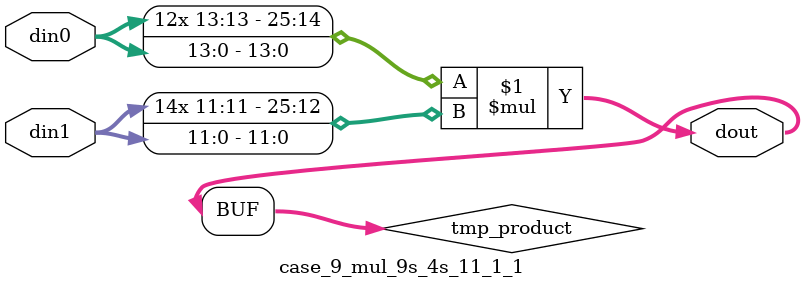
<source format=v>

`timescale 1 ns / 1 ps

 module case_9_mul_9s_4s_11_1_1(din0, din1, dout);
parameter ID = 1;
parameter NUM_STAGE = 0;
parameter din0_WIDTH = 14;
parameter din1_WIDTH = 12;
parameter dout_WIDTH = 26;

input [din0_WIDTH - 1 : 0] din0; 
input [din1_WIDTH - 1 : 0] din1; 
output [dout_WIDTH - 1 : 0] dout;

wire signed [dout_WIDTH - 1 : 0] tmp_product;



























assign tmp_product = $signed(din0) * $signed(din1);








assign dout = tmp_product;





















endmodule

</source>
